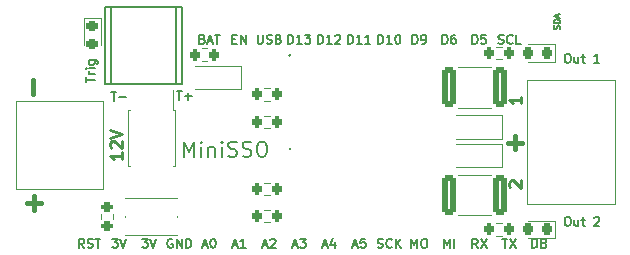
<source format=gto>
G04 #@! TF.GenerationSoftware,KiCad,Pcbnew,7.0.1*
G04 #@! TF.CreationDate,2023-06-02T18:51:41-05:00*
G04 #@! TF.ProjectId,MiniSSO,4d696e69-5353-44f2-9e6b-696361645f70,2*
G04 #@! TF.SameCoordinates,Original*
G04 #@! TF.FileFunction,Legend,Top*
G04 #@! TF.FilePolarity,Positive*
%FSLAX46Y46*%
G04 Gerber Fmt 4.6, Leading zero omitted, Abs format (unit mm)*
G04 Created by KiCad (PCBNEW 7.0.1) date 2023-06-02 18:51:41*
%MOMM*%
%LPD*%
G01*
G04 APERTURE LIST*
G04 Aperture macros list*
%AMRoundRect*
0 Rectangle with rounded corners*
0 $1 Rounding radius*
0 $2 $3 $4 $5 $6 $7 $8 $9 X,Y pos of 4 corners*
0 Add a 4 corners polygon primitive as box body*
4,1,4,$2,$3,$4,$5,$6,$7,$8,$9,$2,$3,0*
0 Add four circle primitives for the rounded corners*
1,1,$1+$1,$2,$3*
1,1,$1+$1,$4,$5*
1,1,$1+$1,$6,$7*
1,1,$1+$1,$8,$9*
0 Add four rect primitives between the rounded corners*
20,1,$1+$1,$2,$3,$4,$5,0*
20,1,$1+$1,$4,$5,$6,$7,0*
20,1,$1+$1,$6,$7,$8,$9,0*
20,1,$1+$1,$8,$9,$2,$3,0*%
G04 Aperture macros list end*
%ADD10C,0.190500*%
%ADD11C,0.254000*%
%ADD12C,0.381000*%
%ADD13C,0.127000*%
%ADD14C,0.120000*%
%ADD15C,0.100000*%
%ADD16C,0.150000*%
%ADD17R,3.000000X1.400000*%
%ADD18R,6.500000X6.000000*%
%ADD19RoundRect,0.218750X-0.256250X0.218750X-0.256250X-0.218750X0.256250X-0.218750X0.256250X0.218750X0*%
%ADD20C,4.500000*%
%ADD21R,0.900000X1.200000*%
%ADD22RoundRect,0.200000X-0.200000X-0.275000X0.200000X-0.275000X0.200000X0.275000X-0.200000X0.275000X0*%
%ADD23O,1.700000X1.700000*%
%ADD24RoundRect,0.218750X0.218750X0.256250X-0.218750X0.256250X-0.218750X-0.256250X0.218750X-0.256250X0*%
%ADD25C,2.286000*%
%ADD26C,1.950000*%
%ADD27C,2.000000*%
%ADD28RoundRect,0.200000X0.275000X-0.200000X0.275000X0.200000X-0.275000X0.200000X-0.275000X-0.200000X0*%
%ADD29RoundRect,0.250000X-0.312500X-1.450000X0.312500X-1.450000X0.312500X1.450000X-0.312500X1.450000X0*%
%ADD30R,0.900000X1.000000*%
%ADD31R,0.640000X2.000000*%
G04 APERTURE END LIST*
D10*
X158160154Y-89145784D02*
X158595583Y-89145784D01*
X158377868Y-89907784D02*
X158377868Y-89145784D01*
X158777011Y-89145784D02*
X159285011Y-89907784D01*
X159285011Y-89145784D02*
X158777011Y-89907784D01*
X145115439Y-72635784D02*
X145115439Y-71873784D01*
X145115439Y-71873784D02*
X145296868Y-71873784D01*
X145296868Y-71873784D02*
X145405725Y-71910070D01*
X145405725Y-71910070D02*
X145478296Y-71982641D01*
X145478296Y-71982641D02*
X145514582Y-72055213D01*
X145514582Y-72055213D02*
X145550868Y-72200356D01*
X145550868Y-72200356D02*
X145550868Y-72309213D01*
X145550868Y-72309213D02*
X145514582Y-72454356D01*
X145514582Y-72454356D02*
X145478296Y-72526927D01*
X145478296Y-72526927D02*
X145405725Y-72599499D01*
X145405725Y-72599499D02*
X145296868Y-72635784D01*
X145296868Y-72635784D02*
X145115439Y-72635784D01*
X146276582Y-72635784D02*
X145841153Y-72635784D01*
X146058868Y-72635784D02*
X146058868Y-71873784D01*
X146058868Y-71873784D02*
X145986296Y-71982641D01*
X145986296Y-71982641D02*
X145913725Y-72055213D01*
X145913725Y-72055213D02*
X145841153Y-72091499D01*
X147002296Y-72635784D02*
X146566867Y-72635784D01*
X146784582Y-72635784D02*
X146784582Y-71873784D01*
X146784582Y-71873784D02*
X146712010Y-71982641D01*
X146712010Y-71982641D02*
X146639439Y-72055213D01*
X146639439Y-72055213D02*
X146566867Y-72091499D01*
D11*
X158850782Y-84790285D02*
X158802401Y-84741904D01*
X158802401Y-84741904D02*
X158754020Y-84645142D01*
X158754020Y-84645142D02*
X158754020Y-84403237D01*
X158754020Y-84403237D02*
X158802401Y-84306475D01*
X158802401Y-84306475D02*
X158850782Y-84258094D01*
X158850782Y-84258094D02*
X158947544Y-84209713D01*
X158947544Y-84209713D02*
X159044306Y-84209713D01*
X159044306Y-84209713D02*
X159189449Y-84258094D01*
X159189449Y-84258094D02*
X159770020Y-84838666D01*
X159770020Y-84838666D02*
X159770020Y-84209713D01*
D10*
X147655439Y-72635784D02*
X147655439Y-71873784D01*
X147655439Y-71873784D02*
X147836868Y-71873784D01*
X147836868Y-71873784D02*
X147945725Y-71910070D01*
X147945725Y-71910070D02*
X148018296Y-71982641D01*
X148018296Y-71982641D02*
X148054582Y-72055213D01*
X148054582Y-72055213D02*
X148090868Y-72200356D01*
X148090868Y-72200356D02*
X148090868Y-72309213D01*
X148090868Y-72309213D02*
X148054582Y-72454356D01*
X148054582Y-72454356D02*
X148018296Y-72526927D01*
X148018296Y-72526927D02*
X147945725Y-72599499D01*
X147945725Y-72599499D02*
X147836868Y-72635784D01*
X147836868Y-72635784D02*
X147655439Y-72635784D01*
X148816582Y-72635784D02*
X148381153Y-72635784D01*
X148598868Y-72635784D02*
X148598868Y-71873784D01*
X148598868Y-71873784D02*
X148526296Y-71982641D01*
X148526296Y-71982641D02*
X148453725Y-72055213D01*
X148453725Y-72055213D02*
X148381153Y-72091499D01*
X149288296Y-71873784D02*
X149360867Y-71873784D01*
X149360867Y-71873784D02*
X149433439Y-71910070D01*
X149433439Y-71910070D02*
X149469725Y-71946356D01*
X149469725Y-71946356D02*
X149506010Y-72018927D01*
X149506010Y-72018927D02*
X149542296Y-72164070D01*
X149542296Y-72164070D02*
X149542296Y-72345499D01*
X149542296Y-72345499D02*
X149506010Y-72490641D01*
X149506010Y-72490641D02*
X149469725Y-72563213D01*
X149469725Y-72563213D02*
X149433439Y-72599499D01*
X149433439Y-72599499D02*
X149360867Y-72635784D01*
X149360867Y-72635784D02*
X149288296Y-72635784D01*
X149288296Y-72635784D02*
X149215725Y-72599499D01*
X149215725Y-72599499D02*
X149179439Y-72563213D01*
X149179439Y-72563213D02*
X149143153Y-72490641D01*
X149143153Y-72490641D02*
X149106867Y-72345499D01*
X149106867Y-72345499D02*
X149106867Y-72164070D01*
X149106867Y-72164070D02*
X149143153Y-72018927D01*
X149143153Y-72018927D02*
X149179439Y-71946356D01*
X149179439Y-71946356D02*
X149215725Y-71910070D01*
X149215725Y-71910070D02*
X149288296Y-71873784D01*
X153098296Y-72635784D02*
X153098296Y-71873784D01*
X153098296Y-71873784D02*
X153279725Y-71873784D01*
X153279725Y-71873784D02*
X153388582Y-71910070D01*
X153388582Y-71910070D02*
X153461153Y-71982641D01*
X153461153Y-71982641D02*
X153497439Y-72055213D01*
X153497439Y-72055213D02*
X153533725Y-72200356D01*
X153533725Y-72200356D02*
X153533725Y-72309213D01*
X153533725Y-72309213D02*
X153497439Y-72454356D01*
X153497439Y-72454356D02*
X153461153Y-72526927D01*
X153461153Y-72526927D02*
X153388582Y-72599499D01*
X153388582Y-72599499D02*
X153279725Y-72635784D01*
X153279725Y-72635784D02*
X153098296Y-72635784D01*
X154186868Y-71873784D02*
X154041725Y-71873784D01*
X154041725Y-71873784D02*
X153969153Y-71910070D01*
X153969153Y-71910070D02*
X153932868Y-71946356D01*
X153932868Y-71946356D02*
X153860296Y-72055213D01*
X153860296Y-72055213D02*
X153824010Y-72200356D01*
X153824010Y-72200356D02*
X153824010Y-72490641D01*
X153824010Y-72490641D02*
X153860296Y-72563213D01*
X153860296Y-72563213D02*
X153896582Y-72599499D01*
X153896582Y-72599499D02*
X153969153Y-72635784D01*
X153969153Y-72635784D02*
X154114296Y-72635784D01*
X154114296Y-72635784D02*
X154186868Y-72599499D01*
X154186868Y-72599499D02*
X154223153Y-72563213D01*
X154223153Y-72563213D02*
X154259439Y-72490641D01*
X154259439Y-72490641D02*
X154259439Y-72309213D01*
X154259439Y-72309213D02*
X154223153Y-72236641D01*
X154223153Y-72236641D02*
X154186868Y-72200356D01*
X154186868Y-72200356D02*
X154114296Y-72164070D01*
X154114296Y-72164070D02*
X153969153Y-72164070D01*
X153969153Y-72164070D02*
X153896582Y-72200356D01*
X153896582Y-72200356D02*
X153860296Y-72236641D01*
X153860296Y-72236641D02*
X153824010Y-72309213D01*
X132796439Y-89690070D02*
X133159297Y-89690070D01*
X132723868Y-89907784D02*
X132977868Y-89145784D01*
X132977868Y-89145784D02*
X133231868Y-89907784D01*
X133631011Y-89145784D02*
X133703582Y-89145784D01*
X133703582Y-89145784D02*
X133776154Y-89182070D01*
X133776154Y-89182070D02*
X133812440Y-89218356D01*
X133812440Y-89218356D02*
X133848725Y-89290927D01*
X133848725Y-89290927D02*
X133885011Y-89436070D01*
X133885011Y-89436070D02*
X133885011Y-89617499D01*
X133885011Y-89617499D02*
X133848725Y-89762641D01*
X133848725Y-89762641D02*
X133812440Y-89835213D01*
X133812440Y-89835213D02*
X133776154Y-89871499D01*
X133776154Y-89871499D02*
X133703582Y-89907784D01*
X133703582Y-89907784D02*
X133631011Y-89907784D01*
X133631011Y-89907784D02*
X133558440Y-89871499D01*
X133558440Y-89871499D02*
X133522154Y-89835213D01*
X133522154Y-89835213D02*
X133485868Y-89762641D01*
X133485868Y-89762641D02*
X133449582Y-89617499D01*
X133449582Y-89617499D02*
X133449582Y-89436070D01*
X133449582Y-89436070D02*
X133485868Y-89290927D01*
X133485868Y-89290927D02*
X133522154Y-89218356D01*
X133522154Y-89218356D02*
X133558440Y-89182070D01*
X133558440Y-89182070D02*
X133631011Y-89145784D01*
X122890515Y-75879713D02*
X122890515Y-75444285D01*
X123652515Y-75661999D02*
X122890515Y-75661999D01*
X123652515Y-75190285D02*
X123144515Y-75190285D01*
X123289658Y-75190285D02*
X123217087Y-75153999D01*
X123217087Y-75153999D02*
X123180801Y-75117714D01*
X123180801Y-75117714D02*
X123144515Y-75045142D01*
X123144515Y-75045142D02*
X123144515Y-74972571D01*
X123652515Y-74718571D02*
X123144515Y-74718571D01*
X122890515Y-74718571D02*
X122926801Y-74754857D01*
X122926801Y-74754857D02*
X122963087Y-74718571D01*
X122963087Y-74718571D02*
X122926801Y-74682285D01*
X122926801Y-74682285D02*
X122890515Y-74718571D01*
X122890515Y-74718571D02*
X122963087Y-74718571D01*
X123144515Y-74029143D02*
X123761372Y-74029143D01*
X123761372Y-74029143D02*
X123833944Y-74065428D01*
X123833944Y-74065428D02*
X123870230Y-74101714D01*
X123870230Y-74101714D02*
X123906515Y-74174285D01*
X123906515Y-74174285D02*
X123906515Y-74283143D01*
X123906515Y-74283143D02*
X123870230Y-74355714D01*
X123616230Y-74029143D02*
X123652515Y-74101714D01*
X123652515Y-74101714D02*
X123652515Y-74246857D01*
X123652515Y-74246857D02*
X123616230Y-74319428D01*
X123616230Y-74319428D02*
X123579944Y-74355714D01*
X123579944Y-74355714D02*
X123507372Y-74392000D01*
X123507372Y-74392000D02*
X123289658Y-74392000D01*
X123289658Y-74392000D02*
X123217087Y-74355714D01*
X123217087Y-74355714D02*
X123180801Y-74319428D01*
X123180801Y-74319428D02*
X123144515Y-74246857D01*
X123144515Y-74246857D02*
X123144515Y-74101714D01*
X123144515Y-74101714D02*
X123180801Y-74029143D01*
X155638296Y-72635784D02*
X155638296Y-71873784D01*
X155638296Y-71873784D02*
X155819725Y-71873784D01*
X155819725Y-71873784D02*
X155928582Y-71910070D01*
X155928582Y-71910070D02*
X156001153Y-71982641D01*
X156001153Y-71982641D02*
X156037439Y-72055213D01*
X156037439Y-72055213D02*
X156073725Y-72200356D01*
X156073725Y-72200356D02*
X156073725Y-72309213D01*
X156073725Y-72309213D02*
X156037439Y-72454356D01*
X156037439Y-72454356D02*
X156001153Y-72526927D01*
X156001153Y-72526927D02*
X155928582Y-72599499D01*
X155928582Y-72599499D02*
X155819725Y-72635784D01*
X155819725Y-72635784D02*
X155638296Y-72635784D01*
X156763153Y-71873784D02*
X156400296Y-71873784D01*
X156400296Y-71873784D02*
X156364010Y-72236641D01*
X156364010Y-72236641D02*
X156400296Y-72200356D01*
X156400296Y-72200356D02*
X156472868Y-72164070D01*
X156472868Y-72164070D02*
X156654296Y-72164070D01*
X156654296Y-72164070D02*
X156726868Y-72200356D01*
X156726868Y-72200356D02*
X156763153Y-72236641D01*
X156763153Y-72236641D02*
X156799439Y-72309213D01*
X156799439Y-72309213D02*
X156799439Y-72490641D01*
X156799439Y-72490641D02*
X156763153Y-72563213D01*
X156763153Y-72563213D02*
X156726868Y-72599499D01*
X156726868Y-72599499D02*
X156654296Y-72635784D01*
X156654296Y-72635784D02*
X156472868Y-72635784D01*
X156472868Y-72635784D02*
X156400296Y-72599499D01*
X156400296Y-72599499D02*
X156364010Y-72563213D01*
D12*
X159224460Y-80419429D02*
X159224460Y-81580572D01*
X159805031Y-81000000D02*
X158643888Y-81000000D01*
D10*
X140416439Y-89690070D02*
X140779297Y-89690070D01*
X140343868Y-89907784D02*
X140597868Y-89145784D01*
X140597868Y-89145784D02*
X140851868Y-89907784D01*
X141033297Y-89145784D02*
X141505011Y-89145784D01*
X141505011Y-89145784D02*
X141251011Y-89436070D01*
X141251011Y-89436070D02*
X141359868Y-89436070D01*
X141359868Y-89436070D02*
X141432440Y-89472356D01*
X141432440Y-89472356D02*
X141468725Y-89508641D01*
X141468725Y-89508641D02*
X141505011Y-89581213D01*
X141505011Y-89581213D02*
X141505011Y-89762641D01*
X141505011Y-89762641D02*
X141468725Y-89835213D01*
X141468725Y-89835213D02*
X141432440Y-89871499D01*
X141432440Y-89871499D02*
X141359868Y-89907784D01*
X141359868Y-89907784D02*
X141142154Y-89907784D01*
X141142154Y-89907784D02*
X141069582Y-89871499D01*
X141069582Y-89871499D02*
X141033297Y-89835213D01*
X135336439Y-89690070D02*
X135699297Y-89690070D01*
X135263868Y-89907784D02*
X135517868Y-89145784D01*
X135517868Y-89145784D02*
X135771868Y-89907784D01*
X136425011Y-89907784D02*
X135989582Y-89907784D01*
X136207297Y-89907784D02*
X136207297Y-89145784D01*
X136207297Y-89145784D02*
X136134725Y-89254641D01*
X136134725Y-89254641D02*
X136062154Y-89327213D01*
X136062154Y-89327213D02*
X135989582Y-89363499D01*
X157833582Y-72599499D02*
X157942440Y-72635784D01*
X157942440Y-72635784D02*
X158123868Y-72635784D01*
X158123868Y-72635784D02*
X158196440Y-72599499D01*
X158196440Y-72599499D02*
X158232725Y-72563213D01*
X158232725Y-72563213D02*
X158269011Y-72490641D01*
X158269011Y-72490641D02*
X158269011Y-72418070D01*
X158269011Y-72418070D02*
X158232725Y-72345499D01*
X158232725Y-72345499D02*
X158196440Y-72309213D01*
X158196440Y-72309213D02*
X158123868Y-72272927D01*
X158123868Y-72272927D02*
X157978725Y-72236641D01*
X157978725Y-72236641D02*
X157906154Y-72200356D01*
X157906154Y-72200356D02*
X157869868Y-72164070D01*
X157869868Y-72164070D02*
X157833582Y-72091499D01*
X157833582Y-72091499D02*
X157833582Y-72018927D01*
X157833582Y-72018927D02*
X157869868Y-71946356D01*
X157869868Y-71946356D02*
X157906154Y-71910070D01*
X157906154Y-71910070D02*
X157978725Y-71873784D01*
X157978725Y-71873784D02*
X158160154Y-71873784D01*
X158160154Y-71873784D02*
X158269011Y-71910070D01*
X159031011Y-72563213D02*
X158994725Y-72599499D01*
X158994725Y-72599499D02*
X158885868Y-72635784D01*
X158885868Y-72635784D02*
X158813296Y-72635784D01*
X158813296Y-72635784D02*
X158704439Y-72599499D01*
X158704439Y-72599499D02*
X158631868Y-72526927D01*
X158631868Y-72526927D02*
X158595582Y-72454356D01*
X158595582Y-72454356D02*
X158559296Y-72309213D01*
X158559296Y-72309213D02*
X158559296Y-72200356D01*
X158559296Y-72200356D02*
X158595582Y-72055213D01*
X158595582Y-72055213D02*
X158631868Y-71982641D01*
X158631868Y-71982641D02*
X158704439Y-71910070D01*
X158704439Y-71910070D02*
X158813296Y-71873784D01*
X158813296Y-71873784D02*
X158885868Y-71873784D01*
X158885868Y-71873784D02*
X158994725Y-71910070D01*
X158994725Y-71910070D02*
X159031011Y-71946356D01*
X159720439Y-72635784D02*
X159357582Y-72635784D01*
X159357582Y-72635784D02*
X159357582Y-71873784D01*
D13*
X163015545Y-71376126D02*
X163039735Y-71303554D01*
X163039735Y-71303554D02*
X163039735Y-71182602D01*
X163039735Y-71182602D02*
X163015545Y-71134221D01*
X163015545Y-71134221D02*
X162991354Y-71110030D01*
X162991354Y-71110030D02*
X162942973Y-71085840D01*
X162942973Y-71085840D02*
X162894592Y-71085840D01*
X162894592Y-71085840D02*
X162846211Y-71110030D01*
X162846211Y-71110030D02*
X162822021Y-71134221D01*
X162822021Y-71134221D02*
X162797830Y-71182602D01*
X162797830Y-71182602D02*
X162773640Y-71279364D01*
X162773640Y-71279364D02*
X162749449Y-71327745D01*
X162749449Y-71327745D02*
X162725259Y-71351935D01*
X162725259Y-71351935D02*
X162676878Y-71376126D01*
X162676878Y-71376126D02*
X162628497Y-71376126D01*
X162628497Y-71376126D02*
X162580116Y-71351935D01*
X162580116Y-71351935D02*
X162555925Y-71327745D01*
X162555925Y-71327745D02*
X162531735Y-71279364D01*
X162531735Y-71279364D02*
X162531735Y-71158411D01*
X162531735Y-71158411D02*
X162555925Y-71085840D01*
X163039735Y-70868125D02*
X162531735Y-70868125D01*
X162531735Y-70868125D02*
X162531735Y-70747173D01*
X162531735Y-70747173D02*
X162555925Y-70674601D01*
X162555925Y-70674601D02*
X162604306Y-70626220D01*
X162604306Y-70626220D02*
X162652687Y-70602030D01*
X162652687Y-70602030D02*
X162749449Y-70577839D01*
X162749449Y-70577839D02*
X162822021Y-70577839D01*
X162822021Y-70577839D02*
X162918783Y-70602030D01*
X162918783Y-70602030D02*
X162967164Y-70626220D01*
X162967164Y-70626220D02*
X163015545Y-70674601D01*
X163015545Y-70674601D02*
X163039735Y-70747173D01*
X163039735Y-70747173D02*
X163039735Y-70868125D01*
X162894592Y-70384316D02*
X162894592Y-70142411D01*
X163039735Y-70432697D02*
X162531735Y-70263363D01*
X162531735Y-70263363D02*
X163039735Y-70094030D01*
D10*
X163611857Y-73490515D02*
X163757000Y-73490515D01*
X163757000Y-73490515D02*
X163829571Y-73526801D01*
X163829571Y-73526801D02*
X163902143Y-73599372D01*
X163902143Y-73599372D02*
X163938428Y-73744515D01*
X163938428Y-73744515D02*
X163938428Y-73998515D01*
X163938428Y-73998515D02*
X163902143Y-74143658D01*
X163902143Y-74143658D02*
X163829571Y-74216230D01*
X163829571Y-74216230D02*
X163757000Y-74252515D01*
X163757000Y-74252515D02*
X163611857Y-74252515D01*
X163611857Y-74252515D02*
X163539286Y-74216230D01*
X163539286Y-74216230D02*
X163466714Y-74143658D01*
X163466714Y-74143658D02*
X163430428Y-73998515D01*
X163430428Y-73998515D02*
X163430428Y-73744515D01*
X163430428Y-73744515D02*
X163466714Y-73599372D01*
X163466714Y-73599372D02*
X163539286Y-73526801D01*
X163539286Y-73526801D02*
X163611857Y-73490515D01*
X164591572Y-73744515D02*
X164591572Y-74252515D01*
X164265000Y-73744515D02*
X164265000Y-74143658D01*
X164265000Y-74143658D02*
X164301286Y-74216230D01*
X164301286Y-74216230D02*
X164373857Y-74252515D01*
X164373857Y-74252515D02*
X164482714Y-74252515D01*
X164482714Y-74252515D02*
X164555286Y-74216230D01*
X164555286Y-74216230D02*
X164591572Y-74179944D01*
X164845572Y-73744515D02*
X165135858Y-73744515D01*
X164954429Y-73490515D02*
X164954429Y-74143658D01*
X164954429Y-74143658D02*
X164990715Y-74216230D01*
X164990715Y-74216230D02*
X165063286Y-74252515D01*
X165063286Y-74252515D02*
X165135858Y-74252515D01*
X166369572Y-74252515D02*
X165934143Y-74252515D01*
X166151858Y-74252515D02*
X166151858Y-73490515D01*
X166151858Y-73490515D02*
X166079286Y-73599372D01*
X166079286Y-73599372D02*
X166006715Y-73671944D01*
X166006715Y-73671944D02*
X165934143Y-73708230D01*
D11*
X159770020Y-77109713D02*
X159770020Y-77690285D01*
X159770020Y-77399999D02*
X158754020Y-77399999D01*
X158754020Y-77399999D02*
X158899163Y-77496761D01*
X158899163Y-77496761D02*
X158995925Y-77593523D01*
X158995925Y-77593523D02*
X159044306Y-77690285D01*
D10*
X150467582Y-89907784D02*
X150467582Y-89145784D01*
X150467582Y-89145784D02*
X150721582Y-89690070D01*
X150721582Y-89690070D02*
X150975582Y-89145784D01*
X150975582Y-89145784D02*
X150975582Y-89907784D01*
X151483582Y-89145784D02*
X151628725Y-89145784D01*
X151628725Y-89145784D02*
X151701296Y-89182070D01*
X151701296Y-89182070D02*
X151773868Y-89254641D01*
X151773868Y-89254641D02*
X151810153Y-89399784D01*
X151810153Y-89399784D02*
X151810153Y-89653784D01*
X151810153Y-89653784D02*
X151773868Y-89798927D01*
X151773868Y-89798927D02*
X151701296Y-89871499D01*
X151701296Y-89871499D02*
X151628725Y-89907784D01*
X151628725Y-89907784D02*
X151483582Y-89907784D01*
X151483582Y-89907784D02*
X151411011Y-89871499D01*
X151411011Y-89871499D02*
X151338439Y-89798927D01*
X151338439Y-89798927D02*
X151302153Y-89653784D01*
X151302153Y-89653784D02*
X151302153Y-89399784D01*
X151302153Y-89399784D02*
X151338439Y-89254641D01*
X151338439Y-89254641D02*
X151411011Y-89182070D01*
X151411011Y-89182070D02*
X151483582Y-89145784D01*
X145496439Y-89690070D02*
X145859297Y-89690070D01*
X145423868Y-89907784D02*
X145677868Y-89145784D01*
X145677868Y-89145784D02*
X145931868Y-89907784D01*
X146548725Y-89145784D02*
X146185868Y-89145784D01*
X146185868Y-89145784D02*
X146149582Y-89508641D01*
X146149582Y-89508641D02*
X146185868Y-89472356D01*
X146185868Y-89472356D02*
X146258440Y-89436070D01*
X146258440Y-89436070D02*
X146439868Y-89436070D01*
X146439868Y-89436070D02*
X146512440Y-89472356D01*
X146512440Y-89472356D02*
X146548725Y-89508641D01*
X146548725Y-89508641D02*
X146585011Y-89581213D01*
X146585011Y-89581213D02*
X146585011Y-89762641D01*
X146585011Y-89762641D02*
X146548725Y-89835213D01*
X146548725Y-89835213D02*
X146512440Y-89871499D01*
X146512440Y-89871499D02*
X146439868Y-89907784D01*
X146439868Y-89907784D02*
X146258440Y-89907784D01*
X146258440Y-89907784D02*
X146185868Y-89871499D01*
X146185868Y-89871499D02*
X146149582Y-89835213D01*
X125140154Y-89145784D02*
X125611868Y-89145784D01*
X125611868Y-89145784D02*
X125357868Y-89436070D01*
X125357868Y-89436070D02*
X125466725Y-89436070D01*
X125466725Y-89436070D02*
X125539297Y-89472356D01*
X125539297Y-89472356D02*
X125575582Y-89508641D01*
X125575582Y-89508641D02*
X125611868Y-89581213D01*
X125611868Y-89581213D02*
X125611868Y-89762641D01*
X125611868Y-89762641D02*
X125575582Y-89835213D01*
X125575582Y-89835213D02*
X125539297Y-89871499D01*
X125539297Y-89871499D02*
X125466725Y-89907784D01*
X125466725Y-89907784D02*
X125249011Y-89907784D01*
X125249011Y-89907784D02*
X125176439Y-89871499D01*
X125176439Y-89871499D02*
X125140154Y-89835213D01*
X125829582Y-89145784D02*
X126083582Y-89907784D01*
X126083582Y-89907784D02*
X126337582Y-89145784D01*
X130220153Y-89182070D02*
X130147582Y-89145784D01*
X130147582Y-89145784D02*
X130038724Y-89145784D01*
X130038724Y-89145784D02*
X129929867Y-89182070D01*
X129929867Y-89182070D02*
X129857296Y-89254641D01*
X129857296Y-89254641D02*
X129821010Y-89327213D01*
X129821010Y-89327213D02*
X129784724Y-89472356D01*
X129784724Y-89472356D02*
X129784724Y-89581213D01*
X129784724Y-89581213D02*
X129821010Y-89726356D01*
X129821010Y-89726356D02*
X129857296Y-89798927D01*
X129857296Y-89798927D02*
X129929867Y-89871499D01*
X129929867Y-89871499D02*
X130038724Y-89907784D01*
X130038724Y-89907784D02*
X130111296Y-89907784D01*
X130111296Y-89907784D02*
X130220153Y-89871499D01*
X130220153Y-89871499D02*
X130256439Y-89835213D01*
X130256439Y-89835213D02*
X130256439Y-89581213D01*
X130256439Y-89581213D02*
X130111296Y-89581213D01*
X130583010Y-89907784D02*
X130583010Y-89145784D01*
X130583010Y-89145784D02*
X131018439Y-89907784D01*
X131018439Y-89907784D02*
X131018439Y-89145784D01*
X131381296Y-89907784D02*
X131381296Y-89145784D01*
X131381296Y-89145784D02*
X131562725Y-89145784D01*
X131562725Y-89145784D02*
X131671582Y-89182070D01*
X131671582Y-89182070D02*
X131744153Y-89254641D01*
X131744153Y-89254641D02*
X131780439Y-89327213D01*
X131780439Y-89327213D02*
X131816725Y-89472356D01*
X131816725Y-89472356D02*
X131816725Y-89581213D01*
X131816725Y-89581213D02*
X131780439Y-89726356D01*
X131780439Y-89726356D02*
X131744153Y-89798927D01*
X131744153Y-89798927D02*
X131671582Y-89871499D01*
X131671582Y-89871499D02*
X131562725Y-89907784D01*
X131562725Y-89907784D02*
X131381296Y-89907784D01*
X122763440Y-89907784D02*
X122509440Y-89544927D01*
X122328011Y-89907784D02*
X122328011Y-89145784D01*
X122328011Y-89145784D02*
X122618297Y-89145784D01*
X122618297Y-89145784D02*
X122690868Y-89182070D01*
X122690868Y-89182070D02*
X122727154Y-89218356D01*
X122727154Y-89218356D02*
X122763440Y-89290927D01*
X122763440Y-89290927D02*
X122763440Y-89399784D01*
X122763440Y-89399784D02*
X122727154Y-89472356D01*
X122727154Y-89472356D02*
X122690868Y-89508641D01*
X122690868Y-89508641D02*
X122618297Y-89544927D01*
X122618297Y-89544927D02*
X122328011Y-89544927D01*
X123053725Y-89871499D02*
X123162583Y-89907784D01*
X123162583Y-89907784D02*
X123344011Y-89907784D01*
X123344011Y-89907784D02*
X123416583Y-89871499D01*
X123416583Y-89871499D02*
X123452868Y-89835213D01*
X123452868Y-89835213D02*
X123489154Y-89762641D01*
X123489154Y-89762641D02*
X123489154Y-89690070D01*
X123489154Y-89690070D02*
X123452868Y-89617499D01*
X123452868Y-89617499D02*
X123416583Y-89581213D01*
X123416583Y-89581213D02*
X123344011Y-89544927D01*
X123344011Y-89544927D02*
X123198868Y-89508641D01*
X123198868Y-89508641D02*
X123126297Y-89472356D01*
X123126297Y-89472356D02*
X123090011Y-89436070D01*
X123090011Y-89436070D02*
X123053725Y-89363499D01*
X123053725Y-89363499D02*
X123053725Y-89290927D01*
X123053725Y-89290927D02*
X123090011Y-89218356D01*
X123090011Y-89218356D02*
X123126297Y-89182070D01*
X123126297Y-89182070D02*
X123198868Y-89145784D01*
X123198868Y-89145784D02*
X123380297Y-89145784D01*
X123380297Y-89145784D02*
X123489154Y-89182070D01*
X123706868Y-89145784D02*
X124142297Y-89145784D01*
X123924582Y-89907784D02*
X123924582Y-89145784D01*
X156073725Y-89907784D02*
X155819725Y-89544927D01*
X155638296Y-89907784D02*
X155638296Y-89145784D01*
X155638296Y-89145784D02*
X155928582Y-89145784D01*
X155928582Y-89145784D02*
X156001153Y-89182070D01*
X156001153Y-89182070D02*
X156037439Y-89218356D01*
X156037439Y-89218356D02*
X156073725Y-89290927D01*
X156073725Y-89290927D02*
X156073725Y-89399784D01*
X156073725Y-89399784D02*
X156037439Y-89472356D01*
X156037439Y-89472356D02*
X156001153Y-89508641D01*
X156001153Y-89508641D02*
X155928582Y-89544927D01*
X155928582Y-89544927D02*
X155638296Y-89544927D01*
X156327725Y-89145784D02*
X156835725Y-89907784D01*
X156835725Y-89145784D02*
X156327725Y-89907784D01*
D12*
X118424460Y-76880570D02*
X118424460Y-75719428D01*
D10*
X150558296Y-72635784D02*
X150558296Y-71873784D01*
X150558296Y-71873784D02*
X150739725Y-71873784D01*
X150739725Y-71873784D02*
X150848582Y-71910070D01*
X150848582Y-71910070D02*
X150921153Y-71982641D01*
X150921153Y-71982641D02*
X150957439Y-72055213D01*
X150957439Y-72055213D02*
X150993725Y-72200356D01*
X150993725Y-72200356D02*
X150993725Y-72309213D01*
X150993725Y-72309213D02*
X150957439Y-72454356D01*
X150957439Y-72454356D02*
X150921153Y-72526927D01*
X150921153Y-72526927D02*
X150848582Y-72599499D01*
X150848582Y-72599499D02*
X150739725Y-72635784D01*
X150739725Y-72635784D02*
X150558296Y-72635784D01*
X151356582Y-72635784D02*
X151501725Y-72635784D01*
X151501725Y-72635784D02*
X151574296Y-72599499D01*
X151574296Y-72599499D02*
X151610582Y-72563213D01*
X151610582Y-72563213D02*
X151683153Y-72454356D01*
X151683153Y-72454356D02*
X151719439Y-72309213D01*
X151719439Y-72309213D02*
X151719439Y-72018927D01*
X151719439Y-72018927D02*
X151683153Y-71946356D01*
X151683153Y-71946356D02*
X151646868Y-71910070D01*
X151646868Y-71910070D02*
X151574296Y-71873784D01*
X151574296Y-71873784D02*
X151429153Y-71873784D01*
X151429153Y-71873784D02*
X151356582Y-71910070D01*
X151356582Y-71910070D02*
X151320296Y-71946356D01*
X151320296Y-71946356D02*
X151284010Y-72018927D01*
X151284010Y-72018927D02*
X151284010Y-72200356D01*
X151284010Y-72200356D02*
X151320296Y-72272927D01*
X151320296Y-72272927D02*
X151356582Y-72309213D01*
X151356582Y-72309213D02*
X151429153Y-72345499D01*
X151429153Y-72345499D02*
X151574296Y-72345499D01*
X151574296Y-72345499D02*
X151646868Y-72309213D01*
X151646868Y-72309213D02*
X151683153Y-72272927D01*
X151683153Y-72272927D02*
X151719439Y-72200356D01*
X131222618Y-82187526D02*
X131222618Y-80917526D01*
X131222618Y-80917526D02*
X131645952Y-81824669D01*
X131645952Y-81824669D02*
X132069285Y-80917526D01*
X132069285Y-80917526D02*
X132069285Y-82187526D01*
X132674047Y-82187526D02*
X132674047Y-81340859D01*
X132674047Y-80917526D02*
X132613571Y-80978002D01*
X132613571Y-80978002D02*
X132674047Y-81038478D01*
X132674047Y-81038478D02*
X132734524Y-80978002D01*
X132734524Y-80978002D02*
X132674047Y-80917526D01*
X132674047Y-80917526D02*
X132674047Y-81038478D01*
X133278809Y-81340859D02*
X133278809Y-82187526D01*
X133278809Y-81461811D02*
X133339286Y-81401335D01*
X133339286Y-81401335D02*
X133460238Y-81340859D01*
X133460238Y-81340859D02*
X133641667Y-81340859D01*
X133641667Y-81340859D02*
X133762619Y-81401335D01*
X133762619Y-81401335D02*
X133823095Y-81522288D01*
X133823095Y-81522288D02*
X133823095Y-82187526D01*
X134427857Y-82187526D02*
X134427857Y-81340859D01*
X134427857Y-80917526D02*
X134367381Y-80978002D01*
X134367381Y-80978002D02*
X134427857Y-81038478D01*
X134427857Y-81038478D02*
X134488334Y-80978002D01*
X134488334Y-80978002D02*
X134427857Y-80917526D01*
X134427857Y-80917526D02*
X134427857Y-81038478D01*
X134972143Y-82127050D02*
X135153572Y-82187526D01*
X135153572Y-82187526D02*
X135455953Y-82187526D01*
X135455953Y-82187526D02*
X135576905Y-82127050D01*
X135576905Y-82127050D02*
X135637381Y-82066573D01*
X135637381Y-82066573D02*
X135697858Y-81945621D01*
X135697858Y-81945621D02*
X135697858Y-81824669D01*
X135697858Y-81824669D02*
X135637381Y-81703716D01*
X135637381Y-81703716D02*
X135576905Y-81643240D01*
X135576905Y-81643240D02*
X135455953Y-81582764D01*
X135455953Y-81582764D02*
X135214048Y-81522288D01*
X135214048Y-81522288D02*
X135093096Y-81461811D01*
X135093096Y-81461811D02*
X135032619Y-81401335D01*
X135032619Y-81401335D02*
X134972143Y-81280383D01*
X134972143Y-81280383D02*
X134972143Y-81159430D01*
X134972143Y-81159430D02*
X135032619Y-81038478D01*
X135032619Y-81038478D02*
X135093096Y-80978002D01*
X135093096Y-80978002D02*
X135214048Y-80917526D01*
X135214048Y-80917526D02*
X135516429Y-80917526D01*
X135516429Y-80917526D02*
X135697858Y-80978002D01*
X136181667Y-82127050D02*
X136363096Y-82187526D01*
X136363096Y-82187526D02*
X136665477Y-82187526D01*
X136665477Y-82187526D02*
X136786429Y-82127050D01*
X136786429Y-82127050D02*
X136846905Y-82066573D01*
X136846905Y-82066573D02*
X136907382Y-81945621D01*
X136907382Y-81945621D02*
X136907382Y-81824669D01*
X136907382Y-81824669D02*
X136846905Y-81703716D01*
X136846905Y-81703716D02*
X136786429Y-81643240D01*
X136786429Y-81643240D02*
X136665477Y-81582764D01*
X136665477Y-81582764D02*
X136423572Y-81522288D01*
X136423572Y-81522288D02*
X136302620Y-81461811D01*
X136302620Y-81461811D02*
X136242143Y-81401335D01*
X136242143Y-81401335D02*
X136181667Y-81280383D01*
X136181667Y-81280383D02*
X136181667Y-81159430D01*
X136181667Y-81159430D02*
X136242143Y-81038478D01*
X136242143Y-81038478D02*
X136302620Y-80978002D01*
X136302620Y-80978002D02*
X136423572Y-80917526D01*
X136423572Y-80917526D02*
X136725953Y-80917526D01*
X136725953Y-80917526D02*
X136907382Y-80978002D01*
X137693572Y-80917526D02*
X137935477Y-80917526D01*
X137935477Y-80917526D02*
X138056429Y-80978002D01*
X138056429Y-80978002D02*
X138177382Y-81098954D01*
X138177382Y-81098954D02*
X138237858Y-81340859D01*
X138237858Y-81340859D02*
X138237858Y-81764192D01*
X138237858Y-81764192D02*
X138177382Y-82006097D01*
X138177382Y-82006097D02*
X138056429Y-82127050D01*
X138056429Y-82127050D02*
X137935477Y-82187526D01*
X137935477Y-82187526D02*
X137693572Y-82187526D01*
X137693572Y-82187526D02*
X137572620Y-82127050D01*
X137572620Y-82127050D02*
X137451667Y-82006097D01*
X137451667Y-82006097D02*
X137391191Y-81764192D01*
X137391191Y-81764192D02*
X137391191Y-81340859D01*
X137391191Y-81340859D02*
X137451667Y-81098954D01*
X137451667Y-81098954D02*
X137572620Y-80978002D01*
X137572620Y-80978002D02*
X137693572Y-80917526D01*
X127680154Y-89145784D02*
X128151868Y-89145784D01*
X128151868Y-89145784D02*
X127897868Y-89436070D01*
X127897868Y-89436070D02*
X128006725Y-89436070D01*
X128006725Y-89436070D02*
X128079297Y-89472356D01*
X128079297Y-89472356D02*
X128115582Y-89508641D01*
X128115582Y-89508641D02*
X128151868Y-89581213D01*
X128151868Y-89581213D02*
X128151868Y-89762641D01*
X128151868Y-89762641D02*
X128115582Y-89835213D01*
X128115582Y-89835213D02*
X128079297Y-89871499D01*
X128079297Y-89871499D02*
X128006725Y-89907784D01*
X128006725Y-89907784D02*
X127789011Y-89907784D01*
X127789011Y-89907784D02*
X127716439Y-89871499D01*
X127716439Y-89871499D02*
X127680154Y-89835213D01*
X128369582Y-89145784D02*
X128623582Y-89907784D01*
X128623582Y-89907784D02*
X128877582Y-89145784D01*
X163611857Y-87290515D02*
X163757000Y-87290515D01*
X163757000Y-87290515D02*
X163829571Y-87326801D01*
X163829571Y-87326801D02*
X163902143Y-87399372D01*
X163902143Y-87399372D02*
X163938428Y-87544515D01*
X163938428Y-87544515D02*
X163938428Y-87798515D01*
X163938428Y-87798515D02*
X163902143Y-87943658D01*
X163902143Y-87943658D02*
X163829571Y-88016230D01*
X163829571Y-88016230D02*
X163757000Y-88052515D01*
X163757000Y-88052515D02*
X163611857Y-88052515D01*
X163611857Y-88052515D02*
X163539286Y-88016230D01*
X163539286Y-88016230D02*
X163466714Y-87943658D01*
X163466714Y-87943658D02*
X163430428Y-87798515D01*
X163430428Y-87798515D02*
X163430428Y-87544515D01*
X163430428Y-87544515D02*
X163466714Y-87399372D01*
X163466714Y-87399372D02*
X163539286Y-87326801D01*
X163539286Y-87326801D02*
X163611857Y-87290515D01*
X164591572Y-87544515D02*
X164591572Y-88052515D01*
X164265000Y-87544515D02*
X164265000Y-87943658D01*
X164265000Y-87943658D02*
X164301286Y-88016230D01*
X164301286Y-88016230D02*
X164373857Y-88052515D01*
X164373857Y-88052515D02*
X164482714Y-88052515D01*
X164482714Y-88052515D02*
X164555286Y-88016230D01*
X164555286Y-88016230D02*
X164591572Y-87979944D01*
X164845572Y-87544515D02*
X165135858Y-87544515D01*
X164954429Y-87290515D02*
X164954429Y-87943658D01*
X164954429Y-87943658D02*
X164990715Y-88016230D01*
X164990715Y-88016230D02*
X165063286Y-88052515D01*
X165063286Y-88052515D02*
X165135858Y-88052515D01*
X165934143Y-87363087D02*
X165970429Y-87326801D01*
X165970429Y-87326801D02*
X166043001Y-87290515D01*
X166043001Y-87290515D02*
X166224429Y-87290515D01*
X166224429Y-87290515D02*
X166297001Y-87326801D01*
X166297001Y-87326801D02*
X166333286Y-87363087D01*
X166333286Y-87363087D02*
X166369572Y-87435658D01*
X166369572Y-87435658D02*
X166369572Y-87508230D01*
X166369572Y-87508230D02*
X166333286Y-87617087D01*
X166333286Y-87617087D02*
X165897858Y-88052515D01*
X165897858Y-88052515D02*
X166369572Y-88052515D01*
X132778296Y-72236641D02*
X132887153Y-72272927D01*
X132887153Y-72272927D02*
X132923439Y-72309213D01*
X132923439Y-72309213D02*
X132959725Y-72381784D01*
X132959725Y-72381784D02*
X132959725Y-72490641D01*
X132959725Y-72490641D02*
X132923439Y-72563213D01*
X132923439Y-72563213D02*
X132887153Y-72599499D01*
X132887153Y-72599499D02*
X132814582Y-72635784D01*
X132814582Y-72635784D02*
X132524296Y-72635784D01*
X132524296Y-72635784D02*
X132524296Y-71873784D01*
X132524296Y-71873784D02*
X132778296Y-71873784D01*
X132778296Y-71873784D02*
X132850868Y-71910070D01*
X132850868Y-71910070D02*
X132887153Y-71946356D01*
X132887153Y-71946356D02*
X132923439Y-72018927D01*
X132923439Y-72018927D02*
X132923439Y-72091499D01*
X132923439Y-72091499D02*
X132887153Y-72164070D01*
X132887153Y-72164070D02*
X132850868Y-72200356D01*
X132850868Y-72200356D02*
X132778296Y-72236641D01*
X132778296Y-72236641D02*
X132524296Y-72236641D01*
X133250010Y-72418070D02*
X133612868Y-72418070D01*
X133177439Y-72635784D02*
X133431439Y-71873784D01*
X133431439Y-71873784D02*
X133685439Y-72635784D01*
X133830582Y-71873784D02*
X134266011Y-71873784D01*
X134048296Y-72635784D02*
X134048296Y-71873784D01*
X125031296Y-76699784D02*
X125466725Y-76699784D01*
X125249010Y-77461784D02*
X125249010Y-76699784D01*
X125720724Y-77171499D02*
X126301296Y-77171499D01*
D12*
X118524460Y-86680570D02*
X118524460Y-85519428D01*
X119105031Y-86099999D02*
X117943888Y-86099999D01*
D10*
X160700153Y-89907784D02*
X160700153Y-89145784D01*
X160700153Y-89145784D02*
X160881582Y-89145784D01*
X160881582Y-89145784D02*
X160990439Y-89182070D01*
X160990439Y-89182070D02*
X161063010Y-89254641D01*
X161063010Y-89254641D02*
X161099296Y-89327213D01*
X161099296Y-89327213D02*
X161135582Y-89472356D01*
X161135582Y-89472356D02*
X161135582Y-89581213D01*
X161135582Y-89581213D02*
X161099296Y-89726356D01*
X161099296Y-89726356D02*
X161063010Y-89798927D01*
X161063010Y-89798927D02*
X160990439Y-89871499D01*
X160990439Y-89871499D02*
X160881582Y-89907784D01*
X160881582Y-89907784D02*
X160700153Y-89907784D01*
X161716153Y-89508641D02*
X161825010Y-89544927D01*
X161825010Y-89544927D02*
X161861296Y-89581213D01*
X161861296Y-89581213D02*
X161897582Y-89653784D01*
X161897582Y-89653784D02*
X161897582Y-89762641D01*
X161897582Y-89762641D02*
X161861296Y-89835213D01*
X161861296Y-89835213D02*
X161825010Y-89871499D01*
X161825010Y-89871499D02*
X161752439Y-89907784D01*
X161752439Y-89907784D02*
X161462153Y-89907784D01*
X161462153Y-89907784D02*
X161462153Y-89145784D01*
X161462153Y-89145784D02*
X161716153Y-89145784D01*
X161716153Y-89145784D02*
X161788725Y-89182070D01*
X161788725Y-89182070D02*
X161825010Y-89218356D01*
X161825010Y-89218356D02*
X161861296Y-89290927D01*
X161861296Y-89290927D02*
X161861296Y-89363499D01*
X161861296Y-89363499D02*
X161825010Y-89436070D01*
X161825010Y-89436070D02*
X161788725Y-89472356D01*
X161788725Y-89472356D02*
X161716153Y-89508641D01*
X161716153Y-89508641D02*
X161462153Y-89508641D01*
X153225296Y-89907784D02*
X153225296Y-89145784D01*
X153225296Y-89145784D02*
X153479296Y-89690070D01*
X153479296Y-89690070D02*
X153733296Y-89145784D01*
X153733296Y-89145784D02*
X153733296Y-89907784D01*
X154096153Y-89907784D02*
X154096153Y-89145784D01*
X140035439Y-72635784D02*
X140035439Y-71873784D01*
X140035439Y-71873784D02*
X140216868Y-71873784D01*
X140216868Y-71873784D02*
X140325725Y-71910070D01*
X140325725Y-71910070D02*
X140398296Y-71982641D01*
X140398296Y-71982641D02*
X140434582Y-72055213D01*
X140434582Y-72055213D02*
X140470868Y-72200356D01*
X140470868Y-72200356D02*
X140470868Y-72309213D01*
X140470868Y-72309213D02*
X140434582Y-72454356D01*
X140434582Y-72454356D02*
X140398296Y-72526927D01*
X140398296Y-72526927D02*
X140325725Y-72599499D01*
X140325725Y-72599499D02*
X140216868Y-72635784D01*
X140216868Y-72635784D02*
X140035439Y-72635784D01*
X141196582Y-72635784D02*
X140761153Y-72635784D01*
X140978868Y-72635784D02*
X140978868Y-71873784D01*
X140978868Y-71873784D02*
X140906296Y-71982641D01*
X140906296Y-71982641D02*
X140833725Y-72055213D01*
X140833725Y-72055213D02*
X140761153Y-72091499D01*
X141450582Y-71873784D02*
X141922296Y-71873784D01*
X141922296Y-71873784D02*
X141668296Y-72164070D01*
X141668296Y-72164070D02*
X141777153Y-72164070D01*
X141777153Y-72164070D02*
X141849725Y-72200356D01*
X141849725Y-72200356D02*
X141886010Y-72236641D01*
X141886010Y-72236641D02*
X141922296Y-72309213D01*
X141922296Y-72309213D02*
X141922296Y-72490641D01*
X141922296Y-72490641D02*
X141886010Y-72563213D01*
X141886010Y-72563213D02*
X141849725Y-72599499D01*
X141849725Y-72599499D02*
X141777153Y-72635784D01*
X141777153Y-72635784D02*
X141559439Y-72635784D01*
X141559439Y-72635784D02*
X141486867Y-72599499D01*
X141486867Y-72599499D02*
X141450582Y-72563213D01*
X137876439Y-89690070D02*
X138239297Y-89690070D01*
X137803868Y-89907784D02*
X138057868Y-89145784D01*
X138057868Y-89145784D02*
X138311868Y-89907784D01*
X138529582Y-89218356D02*
X138565868Y-89182070D01*
X138565868Y-89182070D02*
X138638440Y-89145784D01*
X138638440Y-89145784D02*
X138819868Y-89145784D01*
X138819868Y-89145784D02*
X138892440Y-89182070D01*
X138892440Y-89182070D02*
X138928725Y-89218356D01*
X138928725Y-89218356D02*
X138965011Y-89290927D01*
X138965011Y-89290927D02*
X138965011Y-89363499D01*
X138965011Y-89363499D02*
X138928725Y-89472356D01*
X138928725Y-89472356D02*
X138493297Y-89907784D01*
X138493297Y-89907784D02*
X138965011Y-89907784D01*
X137459153Y-71873784D02*
X137459153Y-72490641D01*
X137459153Y-72490641D02*
X137495439Y-72563213D01*
X137495439Y-72563213D02*
X137531725Y-72599499D01*
X137531725Y-72599499D02*
X137604296Y-72635784D01*
X137604296Y-72635784D02*
X137749439Y-72635784D01*
X137749439Y-72635784D02*
X137822010Y-72599499D01*
X137822010Y-72599499D02*
X137858296Y-72563213D01*
X137858296Y-72563213D02*
X137894582Y-72490641D01*
X137894582Y-72490641D02*
X137894582Y-71873784D01*
X138221153Y-72599499D02*
X138330011Y-72635784D01*
X138330011Y-72635784D02*
X138511439Y-72635784D01*
X138511439Y-72635784D02*
X138584011Y-72599499D01*
X138584011Y-72599499D02*
X138620296Y-72563213D01*
X138620296Y-72563213D02*
X138656582Y-72490641D01*
X138656582Y-72490641D02*
X138656582Y-72418070D01*
X138656582Y-72418070D02*
X138620296Y-72345499D01*
X138620296Y-72345499D02*
X138584011Y-72309213D01*
X138584011Y-72309213D02*
X138511439Y-72272927D01*
X138511439Y-72272927D02*
X138366296Y-72236641D01*
X138366296Y-72236641D02*
X138293725Y-72200356D01*
X138293725Y-72200356D02*
X138257439Y-72164070D01*
X138257439Y-72164070D02*
X138221153Y-72091499D01*
X138221153Y-72091499D02*
X138221153Y-72018927D01*
X138221153Y-72018927D02*
X138257439Y-71946356D01*
X138257439Y-71946356D02*
X138293725Y-71910070D01*
X138293725Y-71910070D02*
X138366296Y-71873784D01*
X138366296Y-71873784D02*
X138547725Y-71873784D01*
X138547725Y-71873784D02*
X138656582Y-71910070D01*
X139237153Y-72236641D02*
X139346010Y-72272927D01*
X139346010Y-72272927D02*
X139382296Y-72309213D01*
X139382296Y-72309213D02*
X139418582Y-72381784D01*
X139418582Y-72381784D02*
X139418582Y-72490641D01*
X139418582Y-72490641D02*
X139382296Y-72563213D01*
X139382296Y-72563213D02*
X139346010Y-72599499D01*
X139346010Y-72599499D02*
X139273439Y-72635784D01*
X139273439Y-72635784D02*
X138983153Y-72635784D01*
X138983153Y-72635784D02*
X138983153Y-71873784D01*
X138983153Y-71873784D02*
X139237153Y-71873784D01*
X139237153Y-71873784D02*
X139309725Y-71910070D01*
X139309725Y-71910070D02*
X139346010Y-71946356D01*
X139346010Y-71946356D02*
X139382296Y-72018927D01*
X139382296Y-72018927D02*
X139382296Y-72091499D01*
X139382296Y-72091499D02*
X139346010Y-72164070D01*
X139346010Y-72164070D02*
X139309725Y-72200356D01*
X139309725Y-72200356D02*
X139237153Y-72236641D01*
X139237153Y-72236641D02*
X138983153Y-72236641D01*
X142575439Y-72635784D02*
X142575439Y-71873784D01*
X142575439Y-71873784D02*
X142756868Y-71873784D01*
X142756868Y-71873784D02*
X142865725Y-71910070D01*
X142865725Y-71910070D02*
X142938296Y-71982641D01*
X142938296Y-71982641D02*
X142974582Y-72055213D01*
X142974582Y-72055213D02*
X143010868Y-72200356D01*
X143010868Y-72200356D02*
X143010868Y-72309213D01*
X143010868Y-72309213D02*
X142974582Y-72454356D01*
X142974582Y-72454356D02*
X142938296Y-72526927D01*
X142938296Y-72526927D02*
X142865725Y-72599499D01*
X142865725Y-72599499D02*
X142756868Y-72635784D01*
X142756868Y-72635784D02*
X142575439Y-72635784D01*
X143736582Y-72635784D02*
X143301153Y-72635784D01*
X143518868Y-72635784D02*
X143518868Y-71873784D01*
X143518868Y-71873784D02*
X143446296Y-71982641D01*
X143446296Y-71982641D02*
X143373725Y-72055213D01*
X143373725Y-72055213D02*
X143301153Y-72091499D01*
X144026867Y-71946356D02*
X144063153Y-71910070D01*
X144063153Y-71910070D02*
X144135725Y-71873784D01*
X144135725Y-71873784D02*
X144317153Y-71873784D01*
X144317153Y-71873784D02*
X144389725Y-71910070D01*
X144389725Y-71910070D02*
X144426010Y-71946356D01*
X144426010Y-71946356D02*
X144462296Y-72018927D01*
X144462296Y-72018927D02*
X144462296Y-72091499D01*
X144462296Y-72091499D02*
X144426010Y-72200356D01*
X144426010Y-72200356D02*
X143990582Y-72635784D01*
X143990582Y-72635784D02*
X144462296Y-72635784D01*
X130610571Y-76590515D02*
X131046000Y-76590515D01*
X130828285Y-77352515D02*
X130828285Y-76590515D01*
X131299999Y-77062230D02*
X131880571Y-77062230D01*
X131590285Y-77352515D02*
X131590285Y-76771944D01*
D11*
X125970020Y-81828951D02*
X125970020Y-82409523D01*
X125970020Y-82119237D02*
X124954020Y-82119237D01*
X124954020Y-82119237D02*
X125099163Y-82215999D01*
X125099163Y-82215999D02*
X125195925Y-82312761D01*
X125195925Y-82312761D02*
X125244306Y-82409523D01*
X125050782Y-81441904D02*
X125002401Y-81393523D01*
X125002401Y-81393523D02*
X124954020Y-81296761D01*
X124954020Y-81296761D02*
X124954020Y-81054856D01*
X124954020Y-81054856D02*
X125002401Y-80958094D01*
X125002401Y-80958094D02*
X125050782Y-80909713D01*
X125050782Y-80909713D02*
X125147544Y-80861332D01*
X125147544Y-80861332D02*
X125244306Y-80861332D01*
X125244306Y-80861332D02*
X125389449Y-80909713D01*
X125389449Y-80909713D02*
X125970020Y-81490285D01*
X125970020Y-81490285D02*
X125970020Y-80861332D01*
X124954020Y-80571047D02*
X125970020Y-80232380D01*
X125970020Y-80232380D02*
X124954020Y-79893713D01*
D10*
X142956439Y-89690070D02*
X143319297Y-89690070D01*
X142883868Y-89907784D02*
X143137868Y-89145784D01*
X143137868Y-89145784D02*
X143391868Y-89907784D01*
X143972440Y-89399784D02*
X143972440Y-89907784D01*
X143791011Y-89109499D02*
X143609582Y-89653784D01*
X143609582Y-89653784D02*
X144081297Y-89653784D01*
X147601010Y-89871499D02*
X147709868Y-89907784D01*
X147709868Y-89907784D02*
X147891296Y-89907784D01*
X147891296Y-89907784D02*
X147963868Y-89871499D01*
X147963868Y-89871499D02*
X148000153Y-89835213D01*
X148000153Y-89835213D02*
X148036439Y-89762641D01*
X148036439Y-89762641D02*
X148036439Y-89690070D01*
X148036439Y-89690070D02*
X148000153Y-89617499D01*
X148000153Y-89617499D02*
X147963868Y-89581213D01*
X147963868Y-89581213D02*
X147891296Y-89544927D01*
X147891296Y-89544927D02*
X147746153Y-89508641D01*
X147746153Y-89508641D02*
X147673582Y-89472356D01*
X147673582Y-89472356D02*
X147637296Y-89436070D01*
X147637296Y-89436070D02*
X147601010Y-89363499D01*
X147601010Y-89363499D02*
X147601010Y-89290927D01*
X147601010Y-89290927D02*
X147637296Y-89218356D01*
X147637296Y-89218356D02*
X147673582Y-89182070D01*
X147673582Y-89182070D02*
X147746153Y-89145784D01*
X147746153Y-89145784D02*
X147927582Y-89145784D01*
X147927582Y-89145784D02*
X148036439Y-89182070D01*
X148798439Y-89835213D02*
X148762153Y-89871499D01*
X148762153Y-89871499D02*
X148653296Y-89907784D01*
X148653296Y-89907784D02*
X148580724Y-89907784D01*
X148580724Y-89907784D02*
X148471867Y-89871499D01*
X148471867Y-89871499D02*
X148399296Y-89798927D01*
X148399296Y-89798927D02*
X148363010Y-89726356D01*
X148363010Y-89726356D02*
X148326724Y-89581213D01*
X148326724Y-89581213D02*
X148326724Y-89472356D01*
X148326724Y-89472356D02*
X148363010Y-89327213D01*
X148363010Y-89327213D02*
X148399296Y-89254641D01*
X148399296Y-89254641D02*
X148471867Y-89182070D01*
X148471867Y-89182070D02*
X148580724Y-89145784D01*
X148580724Y-89145784D02*
X148653296Y-89145784D01*
X148653296Y-89145784D02*
X148762153Y-89182070D01*
X148762153Y-89182070D02*
X148798439Y-89218356D01*
X149125010Y-89907784D02*
X149125010Y-89145784D01*
X149560439Y-89907784D02*
X149233867Y-89472356D01*
X149560439Y-89145784D02*
X149125010Y-89581213D01*
X135318296Y-72236641D02*
X135572296Y-72236641D01*
X135681153Y-72635784D02*
X135318296Y-72635784D01*
X135318296Y-72635784D02*
X135318296Y-71873784D01*
X135318296Y-71873784D02*
X135681153Y-71873784D01*
X136007725Y-72635784D02*
X136007725Y-71873784D01*
X136007725Y-71873784D02*
X136443154Y-72635784D01*
X136443154Y-72635784D02*
X136443154Y-71873784D01*
D13*
X140263500Y-81550000D02*
G75*
G03*
X140263500Y-81550000I-63500J0D01*
G01*
D14*
X124179000Y-70422500D02*
X122709000Y-70422500D01*
X122709000Y-70422500D02*
X122709000Y-72707500D01*
X124179000Y-72707500D02*
X124179000Y-70422500D01*
X158104400Y-80654400D02*
X158104400Y-78654400D01*
X158104400Y-80654400D02*
X154204400Y-80654400D01*
X158104400Y-78654400D02*
X154204400Y-78654400D01*
X138012742Y-84402500D02*
X138487258Y-84402500D01*
X138012742Y-85447500D02*
X138487258Y-85447500D01*
X158100000Y-83100000D02*
X158100000Y-81100000D01*
X158100000Y-83100000D02*
X154200000Y-83100000D01*
X158100000Y-81100000D02*
X154200000Y-81100000D01*
X162635000Y-89085000D02*
X162635000Y-87615000D01*
X162635000Y-87615000D02*
X160350000Y-87615000D01*
X160350000Y-89085000D02*
X162635000Y-89085000D01*
D15*
X116954800Y-84906400D02*
X116954800Y-77506400D01*
X124354800Y-84906400D02*
X116954800Y-84906400D01*
X116954800Y-77506400D02*
X124354800Y-77506400D01*
X124354800Y-77506400D02*
X124354800Y-84906400D01*
D14*
X138012742Y-86702500D02*
X138487258Y-86702500D01*
X138012742Y-87747500D02*
X138487258Y-87747500D01*
X162622600Y-74141000D02*
X162622600Y-72671000D01*
X162622600Y-72671000D02*
X160337600Y-72671000D01*
X160337600Y-74141000D02*
X162622600Y-74141000D01*
D13*
X140232350Y-73612000D02*
G75*
G03*
X140232350Y-73612000I-63500J0D01*
G01*
D14*
X138012742Y-78727500D02*
X138487258Y-78727500D01*
X138012742Y-79772500D02*
X138487258Y-79772500D01*
D16*
X124492000Y-69521000D02*
X125022000Y-69521000D01*
X124492000Y-72771000D02*
X124492000Y-69521000D01*
X124492000Y-72771000D02*
X124492000Y-76021000D01*
X124492000Y-76021000D02*
X125022000Y-76021000D01*
X125022000Y-69521000D02*
X130502000Y-69521000D01*
X125022000Y-72771000D02*
X125022000Y-69521000D01*
X125022000Y-72771000D02*
X125022000Y-76021000D01*
X130502000Y-69521000D02*
X130502000Y-72771000D01*
X130502000Y-72771000D02*
X130502000Y-76021000D01*
X130502000Y-76021000D02*
X125022000Y-76021000D01*
X131032000Y-69521000D02*
X130502000Y-69521000D01*
X131032000Y-72771000D02*
X131032000Y-69521000D01*
X131032000Y-72771000D02*
X131032000Y-76021000D01*
X131032000Y-76021000D02*
X130502000Y-76021000D01*
D14*
X132709267Y-73030769D02*
X133183783Y-73030769D01*
X132709267Y-74075769D02*
X133183783Y-74075769D01*
X157662742Y-87827500D02*
X158137258Y-87827500D01*
X157662742Y-88872500D02*
X158137258Y-88872500D01*
X124191500Y-87486258D02*
X124191500Y-87011742D01*
X125236500Y-87486258D02*
X125236500Y-87011742D01*
X154406598Y-74617000D02*
X157179102Y-74617000D01*
X154406598Y-78037000D02*
X157179102Y-78037000D01*
X154413748Y-83740000D02*
X157186252Y-83740000D01*
X154413748Y-87160000D02*
X157186252Y-87160000D01*
X126197000Y-87299000D02*
X126197000Y-87199000D01*
X126197000Y-88799000D02*
X130597000Y-88799000D01*
X130597000Y-85699000D02*
X126197000Y-85699000D01*
X130597000Y-87299000D02*
X130597000Y-87199000D01*
X137987742Y-76402500D02*
X138462258Y-76402500D01*
X137987742Y-77447500D02*
X138462258Y-77447500D01*
D15*
X167682400Y-75674400D02*
X167682400Y-86174400D01*
X160282400Y-75674400D02*
X167682400Y-75674400D01*
X167682400Y-86174400D02*
X160282400Y-86174400D01*
X160282400Y-86174400D02*
X160282400Y-75674400D01*
D14*
X157649142Y-72883500D02*
X158123658Y-72883500D01*
X157649142Y-73928500D02*
X158123658Y-73928500D01*
X130463925Y-78214469D02*
X130463925Y-83014469D01*
X130313925Y-78214469D02*
X130313925Y-76514469D01*
X130313925Y-78214469D02*
X130463925Y-78214469D01*
X126463925Y-78214469D02*
X126613925Y-78214469D01*
X130463925Y-83014469D02*
X130313925Y-83014469D01*
X126613925Y-83014469D02*
X126463925Y-83014469D01*
X126463925Y-83014469D02*
X126463925Y-78214469D01*
X136047925Y-76483669D02*
X136047925Y-74483669D01*
X136047925Y-76483669D02*
X132147925Y-76483669D01*
X136047925Y-74483669D02*
X132147925Y-74483669D01*
%LPC*%
D17*
X141700000Y-82600000D03*
X141700000Y-87200000D03*
D18*
X147950000Y-84900000D03*
D19*
X123444000Y-71120000D03*
X123444000Y-72695000D03*
D20*
X119370725Y-72029269D03*
D21*
X157504400Y-79654400D03*
X154204400Y-79654400D03*
D22*
X137425000Y-84925000D03*
X139075000Y-84925000D03*
D23*
X133340725Y-70759269D03*
X135880725Y-70759269D03*
X138420725Y-70759269D03*
X140960725Y-70759269D03*
X143500725Y-70759269D03*
X146040725Y-70759269D03*
X148580725Y-70759269D03*
X151120725Y-70759269D03*
X153660725Y-70759269D03*
X156200725Y-70759269D03*
X158740725Y-70759269D03*
X161280725Y-70759269D03*
D21*
X157500000Y-82100000D03*
X154200000Y-82100000D03*
D24*
X161937500Y-88350000D03*
X160362500Y-88350000D03*
D25*
X165090725Y-90444269D03*
D26*
X120954800Y-82956400D03*
X120954800Y-79456400D03*
D20*
X119370725Y-89809269D03*
D22*
X137425000Y-87225000D03*
X139075000Y-87225000D03*
D24*
X161925100Y-73406000D03*
X160350100Y-73406000D03*
D17*
X141668850Y-74662000D03*
X141668850Y-79262000D03*
D18*
X147918850Y-76962000D03*
D22*
X137425000Y-79250000D03*
X139075000Y-79250000D03*
D27*
X126492000Y-72771000D03*
X129032000Y-72771000D03*
D22*
X132121525Y-73553269D03*
X133771525Y-73553269D03*
X157075000Y-88350000D03*
X158725000Y-88350000D03*
D28*
X124714000Y-88074000D03*
X124714000Y-86424000D03*
D29*
X153655350Y-76327000D03*
X157930350Y-76327000D03*
X153662500Y-85450000D03*
X157937500Y-85450000D03*
D30*
X126347000Y-86449000D03*
X130447000Y-86449000D03*
X126347000Y-88049000D03*
X130447000Y-88049000D03*
D22*
X137400000Y-76925000D03*
X139050000Y-76925000D03*
D23*
X161280725Y-91079269D03*
X158740725Y-91079269D03*
X156200725Y-91079269D03*
X153660725Y-91079269D03*
X151120725Y-91079269D03*
X148580725Y-91079269D03*
X146040725Y-91079269D03*
X143500725Y-91079269D03*
X140960725Y-91079269D03*
X138420725Y-91079269D03*
X135880725Y-91079269D03*
X133340725Y-91079269D03*
X130800725Y-91079269D03*
X128260725Y-91079269D03*
X125720725Y-91079269D03*
X123180725Y-91079269D03*
D26*
X163682400Y-77424400D03*
X163682400Y-80924400D03*
X163682400Y-84424400D03*
D25*
X165090725Y-71394269D03*
D22*
X157061400Y-73406000D03*
X158711400Y-73406000D03*
D31*
X129733925Y-77464469D03*
X127193925Y-77464469D03*
X127193925Y-83764469D03*
X129733925Y-83764469D03*
D21*
X135447925Y-75483669D03*
X132147925Y-75483669D03*
M02*

</source>
